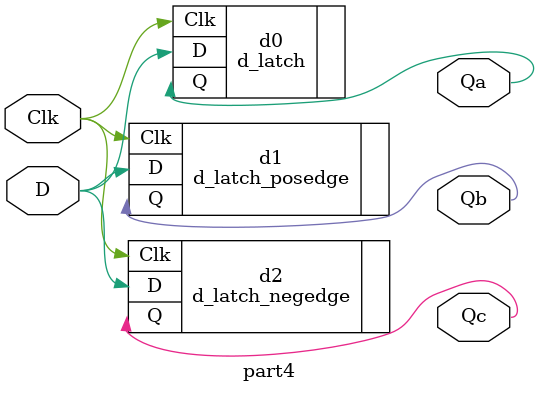
<source format=v>
module part4 (
	input  Clk,
	input  D,
	output Qa,
	output Qb,
	output Qc
);

	d_latch d0 (.Clk(Clk), .D(D), .Q(Qa));
	
	d_latch_posedge d1 (.Clk(Clk), .D(D), .Q(Qb));

	d_latch_negedge d2 (.Clk(Clk), .D(D), .Q(Qc));

endmodule
</source>
